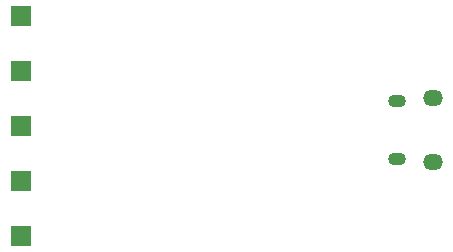
<source format=gbr>
%TF.GenerationSoftware,KiCad,Pcbnew,8.0.4+dfsg-1*%
%TF.CreationDate,2024-12-04T17:14:15+00:00*%
%TF.ProjectId,single-sided-radio-interface,73696e67-6c65-42d7-9369-6465642d7261,rev?*%
%TF.SameCoordinates,Original*%
%TF.FileFunction,Soldermask,Bot*%
%TF.FilePolarity,Negative*%
%FSLAX46Y46*%
G04 Gerber Fmt 4.6, Leading zero omitted, Abs format (unit mm)*
G04 Created by KiCad (PCBNEW 8.0.4+dfsg-1) date 2024-12-04 17:14:15*
%MOMM*%
%LPD*%
G01*
G04 APERTURE LIST*
%ADD10R,1.700000X1.700000*%
%ADD11O,1.700000X1.350000*%
%ADD12O,1.500000X1.100000*%
G04 APERTURE END LIST*
D10*
%TO.C,J9*%
X76000000Y-79500000D03*
%TD*%
%TO.C,J8*%
X76000000Y-74850000D03*
%TD*%
%TO.C,J7*%
X76000000Y-70200000D03*
%TD*%
%TO.C,J6*%
X76000000Y-65550000D03*
%TD*%
%TO.C,J5*%
X76000000Y-60900000D03*
%TD*%
D11*
%TO.C,J10*%
X110865000Y-73255000D03*
D12*
X107865000Y-72945000D03*
X107865000Y-68105000D03*
D11*
X110865000Y-67795000D03*
%TD*%
M02*

</source>
